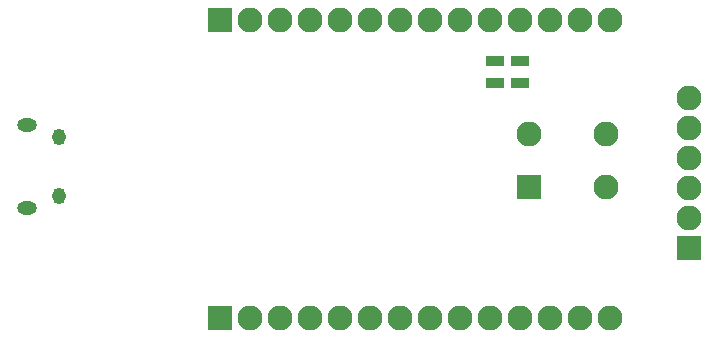
<source format=gbs>
G04*
G04 #@! TF.GenerationSoftware,Altium Limited,Altium Designer,20.0.2 (26)*
G04*
G04 Layer_Color=16711935*
%FSLAX44Y44*%
%MOMM*%
G71*
G01*
G75*
%ADD40R,1.5032X0.9032*%
%ADD47R,2.1032X2.1032*%
%ADD48C,2.1032*%
%ADD49R,2.1032X2.1032*%
%ADD50O,1.1200X1.4200*%
%ADD51O,1.6700X1.1200*%
D40*
X414000Y241500D02*
D03*
Y222500D02*
D03*
X435000Y241500D02*
D03*
Y222500D02*
D03*
D47*
X181200Y276000D02*
D03*
X442500Y134500D02*
D03*
X180800Y24000D02*
D03*
D48*
X206600Y276000D02*
D03*
X232000D02*
D03*
X257400D02*
D03*
X282800D02*
D03*
X308200D02*
D03*
X333600D02*
D03*
X359000D02*
D03*
X384400D02*
D03*
X409800D02*
D03*
X435200D02*
D03*
X460600D02*
D03*
X486000D02*
D03*
X511400D02*
D03*
X578000Y209800D02*
D03*
Y184400D02*
D03*
Y159000D02*
D03*
Y133600D02*
D03*
Y108200D02*
D03*
X507500Y134500D02*
D03*
X442500Y179500D02*
D03*
X507500D02*
D03*
X511000Y24000D02*
D03*
X485600D02*
D03*
X460200D02*
D03*
X434800D02*
D03*
X409400D02*
D03*
X384000D02*
D03*
X358600D02*
D03*
X333200D02*
D03*
X307800D02*
D03*
X282400D02*
D03*
X257000D02*
D03*
X231600D02*
D03*
X206200D02*
D03*
D49*
X578000Y82800D02*
D03*
D50*
X44500Y177000D02*
D03*
Y127000D02*
D03*
D51*
X17500Y187000D02*
D03*
Y117000D02*
D03*
M02*

</source>
